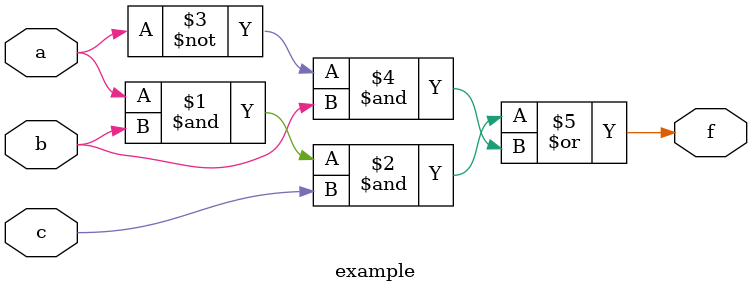
<source format=v>
module example (
    a, b, c, f);
  input  a, b, c;
  output f;
  assign f = (a & b & c) | (~a & b);
endmodule


</source>
